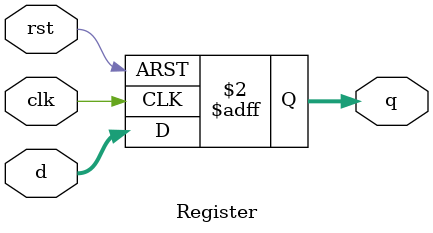
<source format=v>
module Register #(parameter size=5)(d, clk, rst, q);
   input      [size-1:0] d;
   input      clk, rst;
   output     [size-1:0] q;
   reg        [size-1:0] q;
    // Register with active-high clock & asynchronous clear
   always @ (posedge clk or posedge rst) begin
      if (rst)
         q <= 0;
      else
         q <= d;
   end
endmodule
</source>
